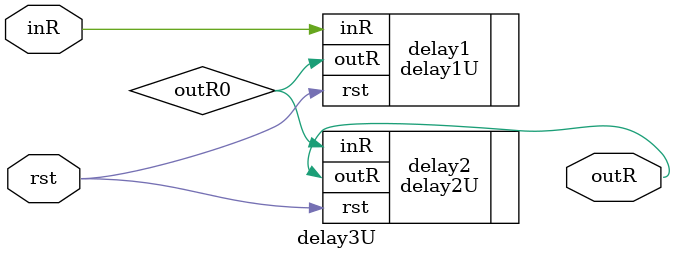
<source format=v>
`timescale 1ns / 1ps


module delay3U(inR, outR, rst);
input inR, rst;
output outR;

wire outR0;


delay1U delay1(.inR(inR), .outR(outR0), .rst(rst));
delay2U delay2(.inR(outR0), .outR(outR), .rst(rst));
endmodule

</source>
